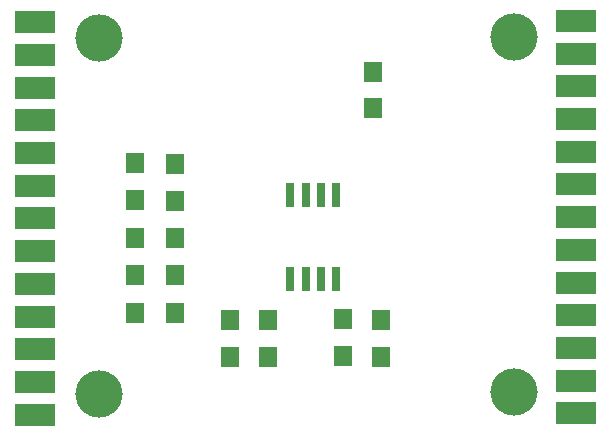
<source format=gbr>
%TF.GenerationSoftware,KiCad,Pcbnew,(6.0.2)*%
%TF.CreationDate,2022-08-16T14:57:48-05:00*%
%TF.ProjectId,REF1300,52454631-3330-4302-9e6b-696361645f70,rev?*%
%TF.SameCoordinates,Original*%
%TF.FileFunction,Soldermask,Top*%
%TF.FilePolarity,Negative*%
%FSLAX46Y46*%
G04 Gerber Fmt 4.6, Leading zero omitted, Abs format (unit mm)*
G04 Created by KiCad (PCBNEW (6.0.2)) date 2022-08-16 14:57:48*
%MOMM*%
%LPD*%
G01*
G04 APERTURE LIST*
%ADD10R,1.600000X1.670000*%
%ADD11R,0.750000X2.000000*%
%ADD12C,4.000000*%
%ADD13R,3.480000X1.846667*%
G04 APERTURE END LIST*
D10*
%TO.C,R3 220 Ohm*%
X152365000Y-108465500D03*
X152365000Y-111566500D03*
%TD*%
%TO.C,R4 220 Ohm*%
X151693000Y-87446000D03*
X151693000Y-90547000D03*
%TD*%
D11*
%TO.C,U1*%
X144668000Y-105027000D03*
X145975000Y-105025000D03*
X147245000Y-105028000D03*
X148517000Y-105026000D03*
X148516000Y-97924000D03*
X147249000Y-97922000D03*
X145973000Y-97922000D03*
X144665000Y-97923000D03*
%TD*%
D12*
%TO.C,Hole2*%
X163620000Y-84536000D03*
%TD*%
%TO.C,Hole1*%
X128492000Y-84641000D03*
%TD*%
%TO.C,Hole4*%
X163646000Y-114607000D03*
%TD*%
D13*
%TO.C,J2*%
X168877000Y-83143000D03*
X168877000Y-85913000D03*
X168877000Y-88683000D03*
X168877000Y-91453000D03*
X168877000Y-94223000D03*
X168877000Y-96993000D03*
X168877000Y-99763000D03*
X168877000Y-102533000D03*
X168877000Y-105303000D03*
X168877000Y-108073000D03*
X168877000Y-110843000D03*
X168877000Y-113613000D03*
X168877000Y-116383000D03*
%TD*%
D10*
%TO.C,C1 100 nF*%
X139580000Y-108466500D03*
X139580000Y-111567500D03*
%TD*%
%TO.C,D4*%
X131534000Y-104652000D03*
X134902000Y-104692000D03*
%TD*%
D12*
%TO.C,Hole3*%
X128474000Y-114701000D03*
%TD*%
D10*
%TO.C,D5*%
X131534000Y-107850000D03*
X134902000Y-107890000D03*
%TD*%
D13*
%TO.C,J1*%
X123059000Y-116493000D03*
X123059000Y-113723000D03*
X123059000Y-110953000D03*
X123059000Y-108183000D03*
X123059000Y-105413000D03*
X123059000Y-102643000D03*
X123059000Y-99873000D03*
X123059000Y-97103000D03*
X123059000Y-94333000D03*
X123059000Y-91563000D03*
X123059000Y-88793000D03*
X123059000Y-86023000D03*
X123059000Y-83253000D03*
%TD*%
D10*
%TO.C,D3*%
X131531000Y-101520000D03*
X134899000Y-101560000D03*
%TD*%
%TO.C,D1*%
X134921000Y-95251000D03*
X131553000Y-95211000D03*
%TD*%
%TO.C,D2*%
X131536000Y-98352000D03*
X134904000Y-98392000D03*
%TD*%
%TO.C,R1 220 Ohm*%
X142764000Y-108481500D03*
X142764000Y-111582500D03*
%TD*%
%TO.C,R2 10k Ohm*%
X149153000Y-108426500D03*
X149153000Y-111527500D03*
%TD*%
M02*

</source>
